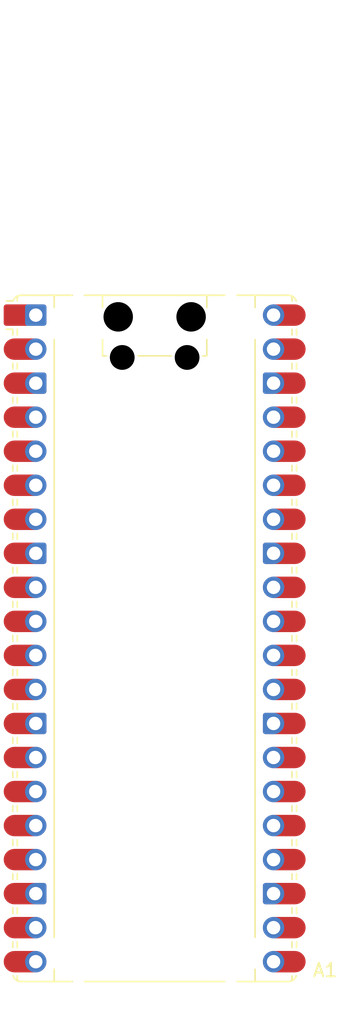
<source format=kicad_pcb>
(kicad_pcb (version 20241229) (generator "pcbnew") (generator_version "9.0")
  (layers (0 "F.Cu" signal) (2 "B.Cu" signal) (13 "F.Paste" user) (15 "B.Paste" user) (5 "F.SilkS" user "F.Silkscreen") (7 "B.SilkS" user "B.Silkscreen") (1 "F.Mask" user) (3 "B.Mask" user) (25 "Edge.Cuts" user))
  (net 0 "")
  (net 1 "/DAT2")
  (net 7 "/3V3")
  (net 16 "GND")
  (net 19 "/CLK1")
  (net 22 "/DAT1")
  (net 29 "/CLK3")
  (net 30 "/DAT3")
  (net 34 "/CLK2")
  (footprint "Module:RaspberryPi_Pico_Common_Unspecified" (layer "F.Cu") (at 134.89 80.07)
    (property "Reference" "A1" (at 11.7475 24.765 0) (layer "F.SilkS") (effects (justify left)))
    (property "Value" "RaspberryPi_Pico")
    (fp_line (start -10.61 -23.07) (end -11.09 -23.07) (stroke (width 0.12)) (layer "F.SilkS"))
    (fp_line (start -10.61 -23.07) (end -10.61 -22.65) (stroke (width 0.12)) (layer "F.SilkS"))
    (fp_line (start -10.61 -20.53) (end -10.61 -20.11) (stroke (width 0.12)) (layer "F.SilkS"))
    (fp_line (start -10.61 -17.99) (end -10.61 -17.57) (stroke (width 0.12)) (layer "F.SilkS"))
    (fp_line (start -10.61 -15.45) (end -10.61 -15.03) (stroke (width 0.12)) (layer "F.SilkS"))
    (fp_line (start -10.61 -12.91) (end -10.61 -12.49) (stroke (width 0.12)) (layer "F.SilkS"))
    (fp_line (start -10.61 -10.37) (end -10.61 -9.95) (stroke (width 0.12)) (layer "F.SilkS"))
    (fp_line (start -10.61 -7.83) (end -10.61 -7.41) (stroke (width 0.12)) (layer "F.SilkS"))
    (fp_line (start -10.61 -5.29) (end -10.61 -4.87) (stroke (width 0.12)) (layer "F.SilkS"))
    (fp_line (start -10.61 -2.75) (end -10.61 -2.33) (stroke (width 0.12)) (layer "F.SilkS"))
    (fp_line (start -10.61 -0.21) (end -10.61 0.21) (stroke (width 0.12)) (layer "F.SilkS"))
    (fp_line (start -10.61 2.33) (end -10.61 2.75) (stroke (width 0.12)) (layer "F.SilkS"))
    (fp_line (start -10.61 4.87) (end -10.61 5.29) (stroke (width 0.12)) (layer "F.SilkS"))
    (fp_line (start -10.61 7.41) (end -10.61 7.83) (stroke (width 0.12)) (layer "F.SilkS"))
    (fp_line (start -10.61 9.95) (end -10.61 10.37) (stroke (width 0.12)) (layer "F.SilkS"))
    (fp_line (start -10.61 12.49) (end -10.61 12.91) (stroke (width 0.12)) (layer "F.SilkS"))
    (fp_line (start -10.61 15.03) (end -10.61 15.45) (stroke (width 0.12)) (layer "F.SilkS"))
    (fp_line (start -10.61 17.57) (end -10.61 17.99) (stroke (width 0.12)) (layer "F.SilkS"))
    (fp_line (start -10.61 20.11) (end -10.61 20.53) (stroke (width 0.12)) (layer "F.SilkS"))
    (fp_line (start -10.61 22.65) (end -10.61 23.07) (stroke (width 0.12)) (layer "F.SilkS"))
    (fp_line (start -10.579676 -25.19) (end -11.09 -25.19) (stroke (width 0.12)) (layer "F.SilkS"))
    (fp_line (start -10.27 -25.189937) (end -10.27 -25.547) (stroke (width 0.12)) (layer "F.SilkS"))
    (fp_line (start -10.27 -23.07) (end -10.27 -22.65) (stroke (width 0.12)) (layer "F.SilkS"))
    (fp_line (start -10.27 -20.53) (end -10.27 -20.11) (stroke (width 0.12)) (layer "F.SilkS"))
    (fp_line (start -10.27 -17.99) (end -10.27 -17.57) (stroke (width 0.12)) (layer "F.SilkS"))
    (fp_line (start -10.27 -15.45) (end -10.27 -15.03) (stroke (width 0.12)) (layer "F.SilkS"))
    (fp_line (start -10.27 -12.91) (end -10.27 -12.49) (stroke (width 0.12)) (layer "F.SilkS"))
    (fp_line (start -10.27 -10.37) (end -10.27 -9.95) (stroke (width 0.12)) (layer "F.SilkS"))
    (fp_line (start -10.27 -7.83) (end -10.27 -7.41) (stroke (width 0.12)) (layer "F.SilkS"))
    (fp_line (start -10.27 -5.29) (end -10.27 -4.87) (stroke (width 0.12)) (layer "F.SilkS"))
    (fp_line (start -10.27 -2.75) (end -10.27 -2.33) (stroke (width 0.12)) (layer "F.SilkS"))
    (fp_line (start -10.27 -0.21) (end -10.27 0.21) (stroke (width 0.12)) (layer "F.SilkS"))
    (fp_line (start -10.27 2.33) (end -10.27 2.75) (stroke (width 0.12)) (layer "F.SilkS"))
    (fp_line (start -10.27 4.87) (end -10.27 5.29) (stroke (width 0.12)) (layer "F.SilkS"))
    (fp_line (start -10.27 7.41) (end -10.27 7.83) (stroke (width 0.12)) (layer "F.SilkS"))
    (fp_line (start -10.27 9.95) (end -10.27 10.37) (stroke (width 0.12)) (layer "F.SilkS"))
    (fp_line (start -10.27 12.49) (end -10.27 12.91) (stroke (width 0.12)) (layer "F.SilkS"))
    (fp_line (start -10.27 15.03) (end -10.27 15.45) (stroke (width 0.12)) (layer "F.SilkS"))
    (fp_line (start -10.27 17.57) (end -10.27 17.99) (stroke (width 0.12)) (layer "F.SilkS"))
    (fp_line (start -10.27 20.11) (end -10.27 20.53) (stroke (width 0.12)) (layer "F.SilkS"))
    (fp_line (start -10.27 22.65) (end -10.27 23.07) (stroke (width 0.12)) (layer "F.SilkS"))
    (fp_line (start -10.27 25.189937) (end -10.27 25.547) (stroke (width 0.12)) (layer "F.SilkS"))
    (fp_line (start -10 -25.61) (end -7.51 -25.61) (stroke (width 0.12)) (layer "F.SilkS"))
    (fp_line (start -10 25.61) (end -6.162061 25.61) (stroke (width 0.12)) (layer "F.SilkS"))
    (fp_line (start -7.51 -25.61) (end -7.51 -24.69648) (stroke (width 0.12)) (layer "F.SilkS"))
    (fp_line (start -7.51 -25.61) (end -6.16206 -25.61) (stroke (width 0.12)) (layer "F.SilkS"))
    (fp_line (start -7.51 -22.30352) (end -7.51 22.30352) (stroke (width 0.12)) (layer "F.SilkS"))
    (fp_line (start -7.51 24.69648) (end -7.51 25.61) (stroke (width 0.12)) (layer "F.SilkS"))
    (fp_line (start -5.237939 -25.61) (end -4.235 -25.61) (stroke (width 0.12)) (layer "F.SilkS"))
    (fp_line (start -4.235 -25.61) (end 4.235 -25.61) (stroke (width 0.12)) (layer "F.SilkS"))
    (fp_line (start -3.9 -25.61) (end -3.9 -24.694) (stroke (width 0.12)) (layer "F.SilkS"))
    (fp_line (start -3.9 -22.306) (end -3.9 -21.09) (stroke (width 0.12)) (layer "F.SilkS"))
    (fp_line (start -3.9 -21.09) (end -3.60391 -21.09) (stroke (width 0.12)) (layer "F.SilkS"))
    (fp_line (start -3.6 25.61) (end -5.237939 25.61) (stroke (width 0.12)) (layer "F.SilkS"))
    (fp_line (start -1.24609 -21.09) (end 1.24609 -21.09) (stroke (width 0.12)) (layer "F.SilkS"))
    (fp_line (start 3.6 25.61) (end -3.6 25.61) (stroke (width 0.12)) (layer "F.SilkS"))
    (fp_line (start 3.60391 -21.09) (end 3.9 -21.09) (stroke (width 0.12)) (layer "F.SilkS"))
    (fp_line (start 3.9 -25.61) (end 3.9 -24.694) (stroke (width 0.12)) (layer "F.SilkS"))
    (fp_line (start 3.9 -22.306) (end 3.9 -21.09) (stroke (width 0.12)) (layer "F.SilkS"))
    (fp_line (start 4.235 -25.61) (end 5.237939 -25.61) (stroke (width 0.12)) (layer "F.SilkS"))
    (fp_line (start 5.237939 25.61) (end 3.6 25.61) (stroke (width 0.12)) (layer "F.SilkS"))
    (fp_line (start 6.162061 -25.61) (end 7.51 -25.61) (stroke (width 0.12)) (layer "F.SilkS"))
    (fp_line (start 6.162061 25.61) (end 10 25.61) (stroke (width 0.12)) (layer "F.SilkS"))
    (fp_line (start 7.51 -25.61) (end 7.51 -24.69648) (stroke (width 0.12)) (layer "F.SilkS"))
    (fp_line (start 7.51 -22.30352) (end 7.51 22.30352) (stroke (width 0.12)) (layer "F.SilkS"))
    (fp_line (start 7.51 24.69648) (end 7.51 25.61) (stroke (width 0.12)) (layer "F.SilkS"))
    (fp_line (start 10 -25.61) (end 7.51 -25.61) (stroke (width 0.12)) (layer "F.SilkS"))
    (fp_line (start 10.27 -25.189937) (end 10.27 -25.547) (stroke (width 0.12)) (layer "F.SilkS"))
    (fp_line (start 10.27 -23.07) (end 10.27 -22.65) (stroke (width 0.12)) (layer "F.SilkS"))
    (fp_line (start 10.27 -20.53) (end 10.27 -20.11) (stroke (width 0.12)) (layer "F.SilkS"))
    (fp_line (start 10.27 -17.99) (end 10.27 -17.57) (stroke (width 0.12)) (layer "F.SilkS"))
    (fp_line (start 10.27 -15.45) (end 10.27 -15.03) (stroke (width 0.12)) (layer "F.SilkS"))
    (fp_line (start 10.27 -12.91) (end 10.27 -12.49) (stroke (width 0.12)) (layer "F.SilkS"))
    (fp_line (start 10.27 -10.37) (end 10.27 -9.95) (stroke (width 0.12)) (layer "F.SilkS"))
    (fp_line (start 10.27 -7.83) (end 10.27 -7.41) (stroke (width 0.12)) (layer "F.SilkS"))
    (fp_line (start 10.27 -5.29) (end 10.27 -4.87) (stroke (width 0.12)) (layer "F.SilkS"))
    (fp_line (start 10.27 -2.75) (end 10.27 -2.33) (stroke (width 0.12)) (layer "F.SilkS"))
    (fp_line (start 10.27 -0.21) (end 10.27 0.21) (stroke (width 0.12)) (layer "F.SilkS"))
    (fp_line (start 10.27 2.33) (end 10.27 2.75) (stroke (width 0.12)) (layer "F.SilkS"))
    (fp_line (start 10.27 4.87) (end 10.27 5.29) (stroke (width 0.12)) (layer "F.SilkS"))
    (fp_line (start 10.27 7.41) (end 10.27 7.83) (stroke (width 0.12)) (layer "F.SilkS"))
    (fp_line (start 10.27 9.95) (end 10.27 10.37) (stroke (width 0.12)) (layer "F.SilkS"))
    (fp_line (start 10.27 12.49) (end 10.27 12.91) (stroke (width 0.12)) (layer "F.SilkS"))
    (fp_line (start 10.27 15.03) (end 10.27 15.45) (stroke (width 0.12)) (layer "F.SilkS"))
    (fp_line (start 10.27 17.57) (end 10.27 17.99) (stroke (width 0.12)) (layer "F.SilkS"))
    (fp_line (start 10.27 20.11) (end 10.27 20.53) (stroke (width 0.12)) (layer "F.SilkS"))
    (fp_line (start 10.27 22.65) (end 10.27 23.07) (stroke (width 0.12)) (layer "F.SilkS"))
    (fp_line (start 10.27 25.189937) (end 10.27 25.547) (stroke (width 0.12)) (layer "F.SilkS"))
    (fp_line (start 10.61 -23.07) (end 10.61 -22.65) (stroke (width 0.12)) (layer "F.SilkS"))
    (fp_line (start 10.61 -20.53) (end 10.61 -20.11) (stroke (width 0.12)) (layer "F.SilkS"))
    (fp_line (start 10.61 -17.99) (end 10.61 -17.57) (stroke (width 0.12)) (layer "F.SilkS"))
    (fp_line (start 10.61 -15.45) (end 10.61 -15.03) (stroke (width 0.12)) (layer "F.SilkS"))
    (fp_line (start 10.61 -12.91) (end 10.61 -12.49) (stroke (width 0.12)) (layer "F.SilkS"))
    (fp_line (start 10.61 -10.37) (end 10.61 -9.95) (stroke (width 0.12)) (layer "F.SilkS"))
    (fp_line (start 10.61 -7.83) (end 10.61 -7.41) (stroke (width 0.12)) (layer "F.SilkS"))
    (fp_line (start 10.61 -5.29) (end 10.61 -4.87) (stroke (width 0.12)) (layer "F.SilkS"))
    (fp_line (start 10.61 -2.75) (end 10.61 -2.33) (stroke (width 0.12)) (layer "F.SilkS"))
    (fp_line (start 10.61 -0.21) (end 10.61 0.21) (stroke (width 0.12)) (layer "F.SilkS"))
    (fp_line (start 10.61 2.33) (end 10.61 2.75) (stroke (width 0.12)) (layer "F.SilkS"))
    (fp_line (start 10.61 4.87) (end 10.61 5.29) (stroke (width 0.12)) (layer "F.SilkS"))
    (fp_line (start 10.61 7.41) (end 10.61 7.83) (stroke (width 0.12)) (layer "F.SilkS"))
    (fp_line (start 10.61 9.95) (end 10.61 10.37) (stroke (width 0.12)) (layer "F.SilkS"))
    (fp_line (start 10.61 12.49) (end 10.61 12.91) (stroke (width 0.12)) (layer "F.SilkS"))
    (fp_line (start 10.61 15.03) (end 10.61 15.45) (stroke (width 0.12)) (layer "F.SilkS"))
    (fp_line (start 10.61 17.57) (end 10.61 17.99) (stroke (width 0.12)) (layer "F.SilkS"))
    (fp_line (start 10.61 20.11) (end 10.61 20.53) (stroke (width 0.12)) (layer "F.SilkS"))
    (fp_line (start 10.61 22.65) (end 10.61 23.07) (stroke (width 0.12)) (layer "F.SilkS"))
    (fp_arc (start -10.579676 -25.19) (mid -10.357938 -25.493944) (end -10 -25.61) (stroke (width 0.12)) (layer "F.SilkS"))
    (fp_arc (start -10 25.61) (mid -10.357937 25.493944) (end -10.579676 25.189937) (stroke (width 0.12)) (layer "F.SilkS"))
    (fp_arc (start 10 -25.61) (mid 10.357937 -25.493944) (end 10.579676 -25.189937) (stroke (width 0.12)) (layer "F.SilkS"))
    (fp_arc (start 10.579676 25.189937) (mid 10.357946 25.493957) (end 10 25.61) (stroke (width 0.12)) (layer "F.SilkS"))
    (pad "" np_thru_hole circle (at -2.725 -24) (size 2.2 2.2) (drill 2.2) (layers "*.Mask"))
    (pad "" np_thru_hole circle (at -2.425 -20.97) (size 1.85 1.85) (drill 1.85) (layers "*.Mask"))
    (pad "" np_thru_hole circle (at 2.425 -20.97) (size 1.85 1.85) (drill 1.85) (layers "*.Mask"))
    (pad "" np_thru_hole circle (at 2.725 -24) (size 2.2 2.2) (drill 2.2) (layers "*.Mask"))
    (pad "1" smd custom (at -9.69 -24.13) (size 1.6 0.8) (layers "F.Cu" "F.Mask") (net 19 "/CLK1") (options (clearance outline) (anchor rect)) (primitives (gr_circle (center 0.8 0) (end 1.6 0) (width 0) (fill yes)) (gr_poly (pts (xy -1.6 -0.6) (xy -1.6 0.6) (xy -1.4 0.8) (xy 0.8 0.8) (xy 0.8 -0.8) (xy -1.4 -0.8)) (width 0) (fill yes)) (gr_circle (center -1.4 -0.6) (end -1.2 -0.6) (width 0) (fill yes)) (gr_circle (center -1.4 0.6) (end -1.2 0.6) (width 0) (fill yes))))
    (pad "1" thru_hole roundrect (at -8.89 -24.13) (size 1.6 1.6) (drill 1) (layers "*.Cu" "*.Mask") (roundrect_rratio 0.125) (net 19 "/CLK1"))
    (pad "2" smd roundrect (at -9.69 -21.59) (size 3.2 1.6) (layers "F.Cu" "F.Mask") (roundrect_rratio 0.5) (net 22 "/DAT1"))
    (pad "2" thru_hole circle (at -8.89 -21.59) (size 1.6 1.6) (drill 1) (layers "*.Cu" "*.Mask") (net 22 "/DAT1"))
    (pad "3" smd custom (at -9.69 -19.05) (size 1.6 0.8) (layers "F.Cu" "F.Mask") (net 16 "GND") (options (clearance outline) (anchor rect)) (primitives (gr_circle (center -0.8 0) (end 0 0) (width 0) (fill yes)) (gr_poly (pts (xy 1.6 -0.6) (xy 1.6 0.6) (xy 1.4 0.8) (xy -0.8 0.8) (xy -0.8 -0.8) (xy 1.4 -0.8)) (width 0) (fill yes)) (gr_circle (center 1.4 -0.6) (end 1.6 -0.6) (width 0) (fill yes)) (gr_circle (center 1.4 0.6) (end 1.6 0.6) (width 0) (fill yes))))
    (pad "3" thru_hole custom (at -8.89 -19.05) (size 1.6 1.6) (drill 1) (layers "*.Cu" "*.Mask") (net 16 "GND") (options (clearance outline) (anchor circle)) (primitives (gr_poly (pts (xy 0.8 0.6) (xy 0.8 -0.6) (xy 0.6 -0.8) (xy 0 -0.8) (xy 0 0.8) (xy 0.6 0.8)) (width 0) (fill yes)) (gr_circle (center 0.6 0.6) (end 0.8 0.6) (width 0) (fill yes)) (gr_circle (center 0.6 -0.6) (end 0.8 -0.6) (width 0) (fill yes))))
    (pad "4" smd roundrect (at -9.69 -16.51) (size 3.2 1.6) (layers "F.Cu" "F.Mask") (roundrect_rratio 0.5))
    (pad "4" thru_hole circle (at -8.89 -16.51) (size 1.6 1.6) (drill 1) (layers "*.Cu" "*.Mask"))
    (pad "5" smd roundrect (at -9.69 -13.97) (size 3.2 1.6) (layers "F.Cu" "F.Mask") (roundrect_rratio 0.5) (net 34 "/CLK2"))
    (pad "5" thru_hole circle (at -8.89 -13.97) (size 1.6 1.6) (drill 1) (layers "*.Cu" "*.Mask") (net 34 "/CLK2"))
    (pad "6" smd roundrect (at -9.69 -11.43) (size 3.2 1.6) (layers "F.Cu" "F.Mask") (roundrect_rratio 0.5) (net 1 "/DAT2"))
    (pad "6" thru_hole circle (at -8.89 -11.43) (size 1.6 1.6) (drill 1) (layers "*.Cu" "*.Mask") (net 1 "/DAT2"))
    (pad "7" smd roundrect (at -9.69 -8.89) (size 3.2 1.6) (layers "F.Cu" "F.Mask") (roundrect_rratio 0.5))
    (pad "7" thru_hole circle (at -8.89 -8.89) (size 1.6 1.6) (drill 1) (layers "*.Cu" "*.Mask"))
    (pad "8" smd custom (at -9.69 -6.35) (size 1.6 0.8) (layers "F.Cu" "F.Mask") (net 16 "GND") (options (clearance outline) (anchor rect)) (primitives (gr_circle (center -0.8 0) (end 0 0) (width 0) (fill yes)) (gr_poly (pts (xy 1.6 -0.6) (xy 1.6 0.6) (xy 1.4 0.8) (xy -0.8 0.8) (xy -0.8 -0.8) (xy 1.4 -0.8)) (width 0) (fill yes)) (gr_circle (center 1.4 -0.6) (end 1.6 -0.6) (width 0) (fill yes)) (gr_circle (center 1.4 0.6) (end 1.6 0.6) (width 0) (fill yes))))
    (pad "8" thru_hole custom (at -8.89 -6.35) (size 1.6 1.6) (drill 1) (layers "*.Cu" "*.Mask") (net 16 "GND") (options (clearance outline) (anchor circle)) (primitives (gr_poly (pts (xy 0.8 0.6) (xy 0.8 -0.6) (xy 0.6 -0.8) (xy 0 -0.8) (xy 0 0.8) (xy 0.6 0.8)) (width 0) (fill yes)) (gr_circle (center 0.6 0.6) (end 0.8 0.6) (width 0) (fill yes)) (gr_circle (center 0.6 -0.6) (end 0.8 -0.6) (width 0) (fill yes))))
    (pad "9" smd roundrect (at -9.69 -3.81) (size 3.2 1.6) (layers "F.Cu" "F.Mask") (roundrect_rratio 0.5) (net 29 "/CLK3"))
    (pad "9" thru_hole circle (at -8.89 -3.81) (size 1.6 1.6) (drill 1) (layers "*.Cu" "*.Mask") (net 29 "/CLK3"))
    (pad "10" smd roundrect (at -9.69 -1.27) (size 3.2 1.6) (layers "F.Cu" "F.Mask") (roundrect_rratio 0.5) (net 30 "/DAT3"))
    (pad "10" thru_hole circle (at -8.89 -1.27) (size 1.6 1.6) (drill 1) (layers "*.Cu" "*.Mask") (net 30 "/DAT3"))
    (pad "11" smd roundrect (at -9.69 1.27) (size 3.2 1.6) (layers "F.Cu" "F.Mask") (roundrect_rratio 0.5))
    (pad "11" thru_hole circle (at -8.89 1.27) (size 1.6 1.6) (drill 1) (layers "*.Cu" "*.Mask"))
    (pad "12" smd roundrect (at -9.69 3.81) (size 3.2 1.6) (layers "F.Cu" "F.Mask") (roundrect_rratio 0.5))
    (pad "12" thru_hole circle (at -8.89 3.81) (size 1.6 1.6) (drill 1) (layers "*.Cu" "*.Mask"))
    (pad "13" smd custom (at -9.69 6.35) (size 1.6 0.8) (layers "F.Cu" "F.Mask") (net 16 "GND") (options (clearance outline) (anchor rect)) (primitives (gr_circle (center -0.8 0) (end 0 0) (width 0) (fill yes)) (gr_poly (pts (xy 1.6 -0.6) (xy 1.6 0.6) (xy 1.4 0.8) (xy -0.8 0.8) (xy -0.8 -0.8) (xy 1.4 -0.8)) (width 0) (fill yes)) (gr_circle (center 1.4 -0.6) (end 1.6 -0.6) (width 0) (fill yes)) (gr_circle (center 1.4 0.6) (end 1.6 0.6) (width 0) (fill yes))))
    (pad "13" thru_hole custom (at -8.89 6.35) (size 1.6 1.6) (drill 1) (layers "*.Cu" "*.Mask") (net 16 "GND") (options (clearance outline) (anchor circle)) (primitives (gr_poly (pts (xy 0.8 0.6) (xy 0.8 -0.6) (xy 0.6 -0.8) (xy 0 -0.8) (xy 0 0.8) (xy 0.6 0.8)) (width 0) (fill yes)) (gr_circle (center 0.6 0.6) (end 0.8 0.6) (width 0) (fill yes)) (gr_circle (center 0.6 -0.6) (end 0.8 -0.6) (width 0) (fill yes))))
    (pad "14" smd roundrect (at -9.69 8.89) (size 3.2 1.6) (layers "F.Cu" "F.Mask") (roundrect_rratio 0.5))
    (pad "14" thru_hole circle (at -8.89 8.89) (size 1.6 1.6) (drill 1) (layers "*.Cu" "*.Mask"))
    (pad "15" smd roundrect (at -9.69 11.43) (size 3.2 1.6) (layers "F.Cu" "F.Mask") (roundrect_rratio 0.5))
    (pad "15" thru_hole circle (at -8.89 11.43) (size 1.6 1.6) (drill 1) (layers "*.Cu" "*.Mask"))
    (pad "16" smd roundrect (at -9.69 13.97) (size 3.2 1.6) (layers "F.Cu" "F.Mask") (roundrect_rratio 0.5))
    (pad "16" thru_hole circle (at -8.89 13.97) (size 1.6 1.6) (drill 1) (layers "*.Cu" "*.Mask"))
    (pad "17" smd roundrect (at -9.69 16.51) (size 3.2 1.6) (layers "F.Cu" "F.Mask") (roundrect_rratio 0.5))
    (pad "17" thru_hole circle (at -8.89 16.51) (size 1.6 1.6) (drill 1) (layers "*.Cu" "*.Mask"))
    (pad "18" smd custom (at -9.69 19.05) (size 1.6 0.8) (layers "F.Cu" "F.Mask") (net 16 "GND") (options (clearance outline) (anchor rect)) (primitives (gr_circle (center -0.8 0) (end 0 0) (width 0) (fill yes)) (gr_poly (pts (xy 1.6 -0.6) (xy 1.6 0.6) (xy 1.4 0.8) (xy -0.8 0.8) (xy -0.8 -0.8) (xy 1.4 -0.8)) (width 0) (fill yes)) (gr_circle (center 1.4 -0.6) (end 1.6 -0.6) (width 0) (fill yes)) (gr_circle (center 1.4 0.6) (end 1.6 0.6) (width 0) (fill yes))))
    (pad "18" thru_hole custom (at -8.89 19.05) (size 1.6 1.6) (drill 1) (layers "*.Cu" "*.Mask") (net 16 "GND") (options (clearance outline) (anchor circle)) (primitives (gr_poly (pts (xy 0.8 0.6) (xy 0.8 -0.6) (xy 0.6 -0.8) (xy 0 -0.8) (xy 0 0.8) (xy 0.6 0.8)) (width 0) (fill yes)) (gr_circle (center 0.6 0.6) (end 0.8 0.6) (width 0) (fill yes)) (gr_circle (center 0.6 -0.6) (end 0.8 -0.6) (width 0) (fill yes))))
    (pad "19" smd roundrect (at -9.69 21.59) (size 3.2 1.6) (layers "F.Cu" "F.Mask") (roundrect_rratio 0.5))
    (pad "19" thru_hole circle (at -8.89 21.59) (size 1.6 1.6) (drill 1) (layers "*.Cu" "*.Mask"))
    (pad "20" smd roundrect (at -9.69 24.13) (size 3.2 1.6) (layers "F.Cu" "F.Mask") (roundrect_rratio 0.5))
    (pad "20" thru_hole circle (at -8.89 24.13) (size 1.6 1.6) (drill 1) (layers "*.Cu" "*.Mask"))
    (pad "21" thru_hole circle (at 8.89 24.13) (size 1.6 1.6) (drill 1) (layers "*.Cu" "*.Mask"))
    (pad "21" smd roundrect (at 9.69 24.13) (size 3.2 1.6) (layers "F.Cu" "F.Mask") (roundrect_rratio 0.5))
    (pad "22" thru_hole circle (at 8.89 21.59) (size 1.6 1.6) (drill 1) (layers "*.Cu" "*.Mask"))
    (pad "22" smd roundrect (at 9.69 21.59) (size 3.2 1.6) (layers "F.Cu" "F.Mask") (roundrect_rratio 0.5))
    (pad "23" thru_hole custom (at 8.89 19.05) (size 1.6 1.6) (drill 1) (layers "*.Cu" "*.Mask") (net 16 "GND") (options (clearance outline) (anchor circle)) (primitives (gr_poly (pts (xy -0.8 0.6) (xy -0.8 -0.6) (xy -0.6 -0.8) (xy 0 -0.8) (xy 0 0.8) (xy -0.6 0.8)) (width 0) (fill yes)) (gr_circle (center -0.6 0.6) (end -0.4 0.6) (width 0) (fill yes)) (gr_circle (center -0.6 -0.6) (end -0.4 -0.6) (width 0) (fill yes))))
    (pad "23" smd custom (at 9.69 19.05) (size 1.6 0.8) (layers "F.Cu" "F.Mask") (net 16 "GND") (options (clearance outline) (anchor rect)) (primitives (gr_circle (center 0.8 0) (end 1.6 0) (width 0) (fill yes)) (gr_poly (pts (xy -1.6 -0.6) (xy -1.6 0.6) (xy -1.4 0.8) (xy 0.8 0.8) (xy 0.8 -0.8) (xy -1.4 -0.8)) (width 0) (fill yes)) (gr_circle (center -1.4 -0.6) (end -1.2 -0.6) (width 0) (fill yes)) (gr_circle (center -1.4 0.6) (end -1.2 0.6) (width 0) (fill yes))))
    (pad "24" thru_hole circle (at 8.89 16.51) (size 1.6 1.6) (drill 1) (layers "*.Cu" "*.Mask"))
    (pad "24" smd roundrect (at 9.69 16.51) (size 3.2 1.6) (layers "F.Cu" "F.Mask") (roundrect_rratio 0.5))
    (pad "25" thru_hole circle (at 8.89 13.97) (size 1.6 1.6) (drill 1) (layers "*.Cu" "*.Mask"))
    (pad "25" smd roundrect (at 9.69 13.97) (size 3.2 1.6) (layers "F.Cu" "F.Mask") (roundrect_rratio 0.5))
    (pad "26" thru_hole circle (at 8.89 11.43) (size 1.6 1.6) (drill 1) (layers "*.Cu" "*.Mask"))
    (pad "26" smd roundrect (at 9.69 11.43) (size 3.2 1.6) (layers "F.Cu" "F.Mask") (roundrect_rratio 0.5))
    (pad "27" thru_hole circle (at 8.89 8.89) (size 1.6 1.6) (drill 1) (layers "*.Cu" "*.Mask"))
    (pad "27" smd roundrect (at 9.69 8.89) (size 3.2 1.6) (layers "F.Cu" "F.Mask") (roundrect_rratio 0.5))
    (pad "28" thru_hole custom (at 8.89 6.35) (size 1.6 1.6) (drill 1) (layers "*.Cu" "*.Mask") (net 16 "GND") (options (clearance outline) (anchor circle)) (primitives (gr_poly (pts (xy -0.8 0.6) (xy -0.8 -0.6) (xy -0.6 -0.8) (xy 0 -0.8) (xy 0 0.8) (xy -0.6 0.8)) (width 0) (fill yes)) (gr_circle (center -0.6 0.6) (end -0.4 0.6) (width 0) (fill yes)) (gr_circle (center -0.6 -0.6) (end -0.4 -0.6) (width 0) (fill yes))))
    (pad "28" smd custom (at 9.69 6.35) (size 1.6 0.8) (layers "F.Cu" "F.Mask") (net 16 "GND") (options (clearance outline) (anchor rect)) (primitives (gr_circle (center 0.8 0) (end 1.6 0) (width 0) (fill yes)) (gr_poly (pts (xy -1.6 -0.6) (xy -1.6 0.6) (xy -1.4 0.8) (xy 0.8 0.8) (xy 0.8 -0.8) (xy -1.4 -0.8)) (width 0) (fill yes)) (gr_circle (center -1.4 -0.6) (end -1.2 -0.6) (width 0) (fill yes)) (gr_circle (center -1.4 0.6) (end -1.2 0.6) (width 0) (fill yes))))
    (pad "29" thru_hole circle (at 8.89 3.81) (size 1.6 1.6) (drill 1) (layers "*.Cu" "*.Mask"))
    (pad "29" smd roundrect (at 9.69 3.81) (size 3.2 1.6) (layers "F.Cu" "F.Mask") (roundrect_rratio 0.5))
    (pad "30" thru_hole circle (at 8.89 1.27) (size 1.6 1.6) (drill 1) (layers "*.Cu" "*.Mask"))
    (pad "30" smd roundrect (at 9.69 1.27) (size 3.2 1.6) (layers "F.Cu" "F.Mask") (roundrect_rratio 0.5))
    (pad "31" thru_hole circle (at 8.89 -1.27) (size 1.6 1.6) (drill 1) (layers "*.Cu" "*.Mask"))
    (pad "31" smd roundrect (at 9.69 -1.27) (size 3.2 1.6) (layers "F.Cu" "F.Mask") (roundrect_rratio 0.5))
    (pad "32" thru_hole circle (at 8.89 -3.81) (size 1.6 1.6) (drill 1) (layers "*.Cu" "*.Mask"))
    (pad "32" smd roundrect (at 9.69 -3.81) (size 3.2 1.6) (layers "F.Cu" "F.Mask") (roundrect_rratio 0.5))
    (pad "33" thru_hole custom (at 8.89 -6.35) (size 1.6 1.6) (drill 1) (layers "*.Cu" "*.Mask") (options (clearance outline) (anchor circle)) (primitives (gr_poly (pts (xy -0.8 0.6) (xy -0.8 -0.6) (xy -0.6 -0.8) (xy 0 -0.8) (xy 0 0.8) (xy -0.6 0.8)) (width 0) (fill yes)) (gr_circle (center -0.6 0.6) (end -0.4 0.6) (width 0) (fill yes)) (gr_circle (center -0.6 -0.6) (end -0.4 -0.6) (width 0) (fill yes))))
    (pad "33" smd custom (at 9.69 -6.35) (size 1.6 0.8) (layers "F.Cu" "F.Mask") (options (clearance outline) (anchor rect)) (primitives (gr_circle (center 0.8 0) (end 1.6 0) (width 0) (fill yes)) (gr_poly (pts (xy -1.6 -0.6) (xy -1.6 0.6) (xy -1.4 0.8) (xy 0.8 0.8) (xy 0.8 -0.8) (xy -1.4 -0.8)) (width 0) (fill yes)) (gr_circle (center -1.4 -0.6) (end -1.2 -0.6) (width 0) (fill yes)) (gr_circle (center -1.4 0.6) (end -1.2 0.6) (width 0) (fill yes))))
    (pad "34" thru_hole circle (at 8.89 -8.89) (size 1.6 1.6) (drill 1) (layers "*.Cu" "*.Mask"))
    (pad "34" smd roundrect (at 9.69 -8.89) (size 3.2 1.6) (layers "F.Cu" "F.Mask") (roundrect_rratio 0.5))
    (pad "35" thru_hole circle (at 8.89 -11.43) (size 1.6 1.6) (drill 1) (layers "*.Cu" "*.Mask"))
    (pad "35" smd roundrect (at 9.69 -11.43) (size 3.2 1.6) (layers "F.Cu" "F.Mask") (roundrect_rratio 0.5))
    (pad "36" thru_hole circle (at 8.89 -13.97) (size 1.6 1.6) (drill 1) (layers "*.Cu" "*.Mask") (net 7 "/3V3"))
    (pad "36" smd roundrect (at 9.69 -13.97) (size 3.2 1.6) (layers "F.Cu" "F.Mask") (roundrect_rratio 0.5) (net 7 "/3V3"))
    (pad "37" thru_hole circle (at 8.89 -16.51) (size 1.6 1.6) (drill 1) (layers "*.Cu" "*.Mask"))
    (pad "37" smd roundrect (at 9.69 -16.51) (size 3.2 1.6) (layers "F.Cu" "F.Mask") (roundrect_rratio 0.5))
    (pad "38" thru_hole custom (at 8.89 -19.05) (size 1.6 1.6) (drill 1) (layers "*.Cu" "*.Mask") (net 16 "GND") (options (clearance outline) (anchor circle)) (primitives (gr_poly (pts (xy -0.8 0.6) (xy -0.8 -0.6) (xy -0.6 -0.8) (xy 0 -0.8) (xy 0 0.8) (xy -0.6 0.8)) (width 0) (fill yes)) (gr_circle (center -0.6 0.6) (end -0.4 0.6) (width 0) (fill yes)) (gr_circle (center -0.6 -0.6) (end -0.4 -0.6) (width 0) (fill yes))))
    (pad "38" smd custom (at 9.69 -19.05) (size 1.6 0.8) (layers "F.Cu" "F.Mask") (net 16 "GND") (options (clearance outline) (anchor rect)) (primitives (gr_circle (center 0.8 0) (end 1.6 0) (width 0) (fill yes)) (gr_poly (pts (xy -1.6 -0.6) (xy -1.6 0.6) (xy -1.4 0.8) (xy 0.8 0.8) (xy 0.8 -0.8) (xy -1.4 -0.8)) (width 0) (fill yes)) (gr_circle (center -1.4 -0.6) (end -1.2 -0.6) (width 0) (fill yes)) (gr_circle (center -1.4 0.6) (end -1.2 0.6) (width 0) (fill yes))))
    (pad "39" thru_hole circle (at 8.89 -21.59) (size 1.6 1.6) (drill 1) (layers "*.Cu" "*.Mask"))
    (pad "39" smd roundrect (at 9.69 -21.59) (size 3.2 1.6) (layers "F.Cu" "F.Mask") (roundrect_rratio 0.5))
    (pad "40" thru_hole circle (at 8.89 -24.13) (size 1.6 1.6) (drill 1) (layers "*.Cu" "*.Mask"))
    (pad "40" smd roundrect (at 9.69 -24.13) (size 3.2 1.6) (layers "F.Cu" "F.Mask") (roundrect_rratio 0.5))
  )
)
</source>
